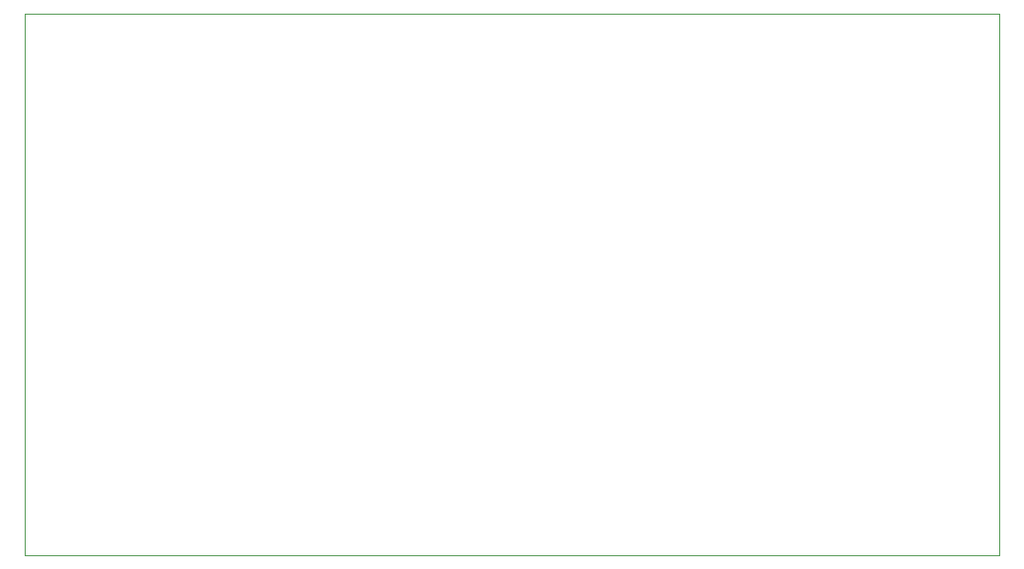
<source format=gm1>
G04 #@! TF.GenerationSoftware,KiCad,Pcbnew,7.0.1*
G04 #@! TF.CreationDate,2023-06-28T17:19:29+02:00*
G04 #@! TF.ProjectId,CaptorBoard,43617074-6f72-4426-9f61-72642e6b6963,rev?*
G04 #@! TF.SameCoordinates,Original*
G04 #@! TF.FileFunction,Profile,NP*
%FSLAX46Y46*%
G04 Gerber Fmt 4.6, Leading zero omitted, Abs format (unit mm)*
G04 Created by KiCad (PCBNEW 7.0.1) date 2023-06-28 17:19:29*
%MOMM*%
%LPD*%
G01*
G04 APERTURE LIST*
G04 #@! TA.AperFunction,Profile*
%ADD10C,0.100000*%
G04 #@! TD*
G04 APERTURE END LIST*
D10*
X95000000Y-50000000D02*
X185000000Y-50000000D01*
X95000000Y-100000000D02*
X95000000Y-50000000D01*
X185000000Y-100000000D02*
X95000000Y-100000000D01*
X185000000Y-50000000D02*
X185000000Y-100000000D01*
M02*

</source>
